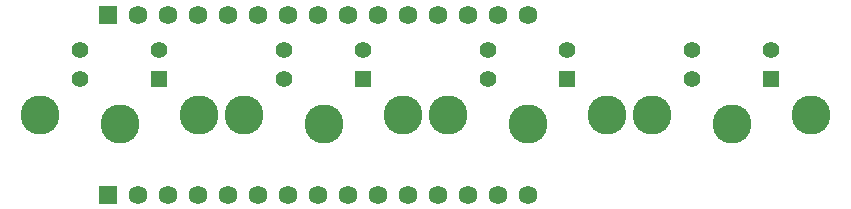
<source format=gbr>
%TF.GenerationSoftware,Altium Limited,Altium Designer,25.6.2 (33)*%
G04 Layer_Color=255*
%FSLAX45Y45*%
%MOMM*%
%TF.SameCoordinates,5DA55B6F-82E9-41E6-B114-64E7E2ADA8B0*%
%TF.FilePolarity,Positive*%
%TF.FileFunction,Pads,Top*%
%TF.Part,Single*%
G01*
G75*
%TA.AperFunction,ComponentPad*%
%ADD12R,1.39800X1.39800*%
%ADD13C,1.59000*%
%ADD14R,1.59000X1.59000*%
%ADD15C,3.30600*%
%ADD16C,1.39800*%
D12*
X6380200Y1130300D02*
D03*
X4653000D02*
D03*
X2925800D02*
D03*
X1198600D02*
D03*
D13*
X1524000Y152400D02*
D03*
X1778000Y1676400D02*
D03*
X4318000D02*
D03*
X4064000D02*
D03*
X3810000D02*
D03*
X3556000D02*
D03*
X3302000D02*
D03*
X3048000D02*
D03*
X2794000D02*
D03*
X2540000D02*
D03*
X2286000D02*
D03*
X2032000D02*
D03*
X1524000D02*
D03*
X1270000D02*
D03*
X1016000D02*
D03*
X4318000Y152400D02*
D03*
X4064000D02*
D03*
X3810000D02*
D03*
X3556000D02*
D03*
X3302000D02*
D03*
X3048000D02*
D03*
X2794000D02*
D03*
X2540000D02*
D03*
X2286000D02*
D03*
X2032000D02*
D03*
X1778000D02*
D03*
X1270000D02*
D03*
X1016000D02*
D03*
D14*
X762000Y1676400D02*
D03*
Y152400D02*
D03*
D15*
X1539600Y830300D02*
D03*
X187600D02*
D03*
X863600Y749300D02*
D03*
X6045200D02*
D03*
X5369200Y830300D02*
D03*
X6721200D02*
D03*
X4318000Y749300D02*
D03*
X3642000Y830300D02*
D03*
X4994000D02*
D03*
X2590800Y749300D02*
D03*
X1914800Y830300D02*
D03*
X3266800D02*
D03*
D16*
X528600Y1379300D02*
D03*
Y1130300D02*
D03*
X1198600Y1379300D02*
D03*
X6380200D02*
D03*
X5710200Y1130300D02*
D03*
Y1379300D02*
D03*
X4653000D02*
D03*
X3983000Y1130300D02*
D03*
Y1379300D02*
D03*
X2925800D02*
D03*
X2255800Y1130300D02*
D03*
Y1379300D02*
D03*
%TF.MD5,f7ef26ceeb66b72dfb4edc7aeca01a9e*%
M02*

</source>
